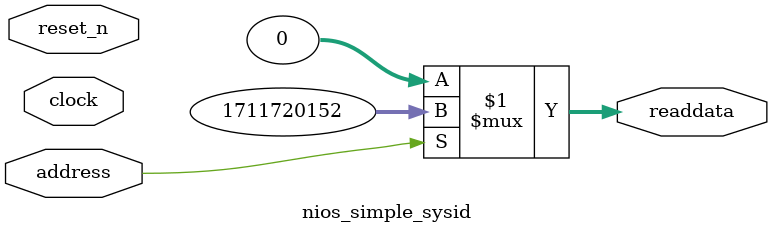
<source format=v>

`timescale 1ns / 1ps
// synthesis translate_on

// turn off superfluous verilog processor warnings 
// altera message_level Level1 
// altera message_off 10034 10035 10036 10037 10230 10240 10030 

module nios_simple_sysid (
               // inputs:
                address,
                clock,
                reset_n,

               // outputs:
                readdata
             )
;

  output  [ 31: 0] readdata;
  input            address;
  input            clock;
  input            reset_n;

  wire    [ 31: 0] readdata;
  //control_slave, which is an e_avalon_slave
  assign readdata = address ? 1711720152 : 0;

endmodule




</source>
